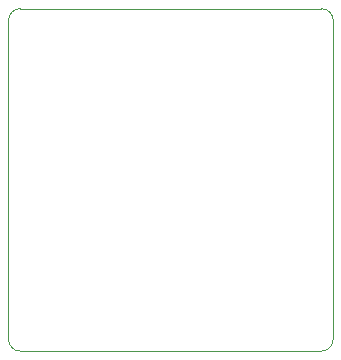
<source format=gbr>
G04 #@! TF.GenerationSoftware,KiCad,Pcbnew,(5.99.0-286-g11f0acefe)*
G04 #@! TF.CreationDate,2019-12-02T23:07:16-05:00*
G04 #@! TF.ProjectId,Controller,436f6e74-726f-46c6-9c65-722e6b696361,rev?*
G04 #@! TF.SameCoordinates,Original*
G04 #@! TF.FileFunction,Profile,NP*
%FSLAX46Y46*%
G04 Gerber Fmt 4.6, Leading zero omitted, Abs format (unit mm)*
G04 Created by KiCad (PCBNEW (5.99.0-286-g11f0acefe)) date 2019-12-02 23:07:16*
%MOMM*%
%LPD*%
G04 APERTURE LIST*
%ADD10C,0.050000*%
G04 APERTURE END LIST*
D10*
X126000000Y-41000000D02*
X126000000Y-42000000D01*
X128000000Y-40000000D02*
X127000000Y-40000000D01*
X126000000Y-41000000D02*
G75*
G02X127000000Y-40000000I1000000J0D01*
G01*
X152499999Y-39999999D02*
X128000000Y-40000000D01*
X153500001Y-43000000D02*
X153500000Y-41000002D01*
X152499999Y-39999999D02*
G75*
G02X153500000Y-41000002I-1J-1000002D01*
G01*
X153500001Y-68000001D02*
X153500001Y-43000000D01*
X152000000Y-69000000D02*
X152499999Y-69000001D01*
X153500001Y-68000001D02*
G75*
G02X152499999Y-69000001I-1000001J1D01*
G01*
X126000000Y-68000000D02*
X126000000Y-42000000D01*
X127000000Y-69000000D02*
X152000000Y-69000000D01*
X127000000Y-69000000D02*
G75*
G02X126000000Y-68000000I0J1000000D01*
G01*
M02*

</source>
